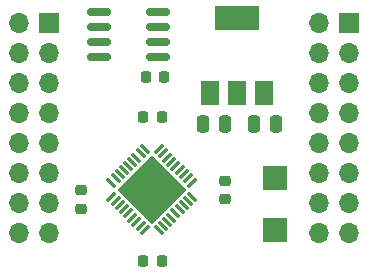
<source format=gbr>
%TF.GenerationSoftware,KiCad,Pcbnew,7.0.7-2.fc38*%
%TF.CreationDate,2023-11-16T23:21:00-08:00*%
%TF.ProjectId,TinySparrow,54696e79-5370-4617-9272-6f772e6b6963,rev?*%
%TF.SameCoordinates,Original*%
%TF.FileFunction,Soldermask,Top*%
%TF.FilePolarity,Negative*%
%FSLAX46Y46*%
G04 Gerber Fmt 4.6, Leading zero omitted, Abs format (unit mm)*
G04 Created by KiCad (PCBNEW 7.0.7-2.fc38) date 2023-11-16 23:21:00*
%MOMM*%
%LPD*%
G01*
G04 APERTURE LIST*
G04 Aperture macros list*
%AMRoundRect*
0 Rectangle with rounded corners*
0 $1 Rounding radius*
0 $2 $3 $4 $5 $6 $7 $8 $9 X,Y pos of 4 corners*
0 Add a 4 corners polygon primitive as box body*
4,1,4,$2,$3,$4,$5,$6,$7,$8,$9,$2,$3,0*
0 Add four circle primitives for the rounded corners*
1,1,$1+$1,$2,$3*
1,1,$1+$1,$4,$5*
1,1,$1+$1,$6,$7*
1,1,$1+$1,$8,$9*
0 Add four rect primitives between the rounded corners*
20,1,$1+$1,$2,$3,$4,$5,0*
20,1,$1+$1,$4,$5,$6,$7,0*
20,1,$1+$1,$6,$7,$8,$9,0*
20,1,$1+$1,$8,$9,$2,$3,0*%
%AMRotRect*
0 Rectangle, with rotation*
0 The origin of the aperture is its center*
0 $1 length*
0 $2 width*
0 $3 Rotation angle, in degrees counterclockwise*
0 Add horizontal line*
21,1,$1,$2,0,0,$3*%
G04 Aperture macros list end*
%ADD10RoundRect,0.250000X0.250000X0.475000X-0.250000X0.475000X-0.250000X-0.475000X0.250000X-0.475000X0*%
%ADD11RoundRect,0.062500X-0.291682X-0.380070X0.380070X0.291682X0.291682X0.380070X-0.380070X-0.291682X0*%
%ADD12RoundRect,0.062500X0.291682X-0.380070X0.380070X-0.291682X-0.291682X0.380070X-0.380070X0.291682X0*%
%ADD13RotRect,4.100000X4.100000X45.000000*%
%ADD14R,2.000000X2.000000*%
%ADD15RoundRect,0.225000X0.225000X0.250000X-0.225000X0.250000X-0.225000X-0.250000X0.225000X-0.250000X0*%
%ADD16RoundRect,0.225000X-0.250000X0.225000X-0.250000X-0.225000X0.250000X-0.225000X0.250000X0.225000X0*%
%ADD17RoundRect,0.225000X0.250000X-0.225000X0.250000X0.225000X-0.250000X0.225000X-0.250000X-0.225000X0*%
%ADD18RoundRect,0.225000X-0.225000X-0.250000X0.225000X-0.250000X0.225000X0.250000X-0.225000X0.250000X0*%
%ADD19R,1.500000X2.000000*%
%ADD20R,3.800000X2.000000*%
%ADD21R,1.700000X1.700000*%
%ADD22O,1.700000X1.700000*%
%ADD23RoundRect,0.150000X0.825000X0.150000X-0.825000X0.150000X-0.825000X-0.150000X0.825000X-0.150000X0*%
G04 APERTURE END LIST*
D10*
%TO.C,C6*%
X187400000Y-93200000D03*
X185500000Y-93200000D03*
%TD*%
D11*
%TO.C,U1*%
X177748107Y-99360938D03*
X178101660Y-99714491D03*
X178455214Y-100068045D03*
X178808767Y-100421598D03*
X179162321Y-100775151D03*
X179515874Y-101128705D03*
X179869427Y-101482258D03*
X180222981Y-101835812D03*
X180576534Y-102189365D03*
D12*
X181760938Y-102189365D03*
X182114491Y-101835812D03*
X182468045Y-101482258D03*
X182821598Y-101128705D03*
X183175151Y-100775151D03*
X183528705Y-100421598D03*
X183882258Y-100068045D03*
X184235812Y-99714491D03*
X184589365Y-99360938D03*
D11*
X184589365Y-98176534D03*
X184235812Y-97822981D03*
X183882258Y-97469427D03*
X183528705Y-97115874D03*
X183175151Y-96762321D03*
X182821598Y-96408767D03*
X182468045Y-96055214D03*
X182114491Y-95701660D03*
X181760938Y-95348107D03*
D12*
X180576534Y-95348107D03*
X180222981Y-95701660D03*
X179869427Y-96055214D03*
X179515874Y-96408767D03*
X179162321Y-96762321D03*
X178808767Y-97115874D03*
X178455214Y-97469427D03*
X178101660Y-97822981D03*
X177748107Y-98176534D03*
D13*
X181168736Y-98768736D03*
%TD*%
D14*
%TO.C,D1*%
X191600000Y-97800102D03*
X191600000Y-102199898D03*
%TD*%
D15*
%TO.C,C5*%
X182200000Y-89200000D03*
X180650000Y-89200000D03*
%TD*%
%TO.C,C2*%
X182000000Y-104800000D03*
X180450000Y-104800000D03*
%TD*%
D16*
%TO.C,C4*%
X175200000Y-98825000D03*
X175200000Y-100375000D03*
%TD*%
D17*
%TO.C,C3*%
X187400000Y-99550000D03*
X187400000Y-98000000D03*
%TD*%
D10*
%TO.C,C7*%
X191700000Y-93200000D03*
X189800000Y-93200000D03*
%TD*%
D18*
%TO.C,C1*%
X180450000Y-92600000D03*
X182000000Y-92600000D03*
%TD*%
D19*
%TO.C,U2*%
X186100000Y-90550000D03*
X188400000Y-90550000D03*
D20*
X188400000Y-84250000D03*
D19*
X190700000Y-90550000D03*
%TD*%
D21*
%TO.C,J1*%
X172450000Y-84620000D03*
D22*
X169910000Y-84620000D03*
X172450000Y-87160000D03*
X169910000Y-87160000D03*
X172450000Y-89700000D03*
X169910000Y-89700000D03*
X172450000Y-92240000D03*
X169910000Y-92240000D03*
X172450000Y-94780000D03*
X169910000Y-94780000D03*
X172450000Y-97320000D03*
X169910000Y-97320000D03*
X172450000Y-99860000D03*
X169910000Y-99860000D03*
X172450000Y-102400000D03*
X169910000Y-102400000D03*
%TD*%
D23*
%TO.C,U3*%
X181675000Y-87505000D03*
X181675000Y-86235000D03*
X181675000Y-84965000D03*
X181675000Y-83695000D03*
X176725000Y-83695000D03*
X176725000Y-84965000D03*
X176725000Y-86235000D03*
X176725000Y-87505000D03*
%TD*%
D21*
%TO.C,J2*%
X197850000Y-84620000D03*
D22*
X195310000Y-84620000D03*
X197850000Y-87160000D03*
X195310000Y-87160000D03*
X197850000Y-89700000D03*
X195310000Y-89700000D03*
X197850000Y-92240000D03*
X195310000Y-92240000D03*
X197850000Y-94780000D03*
X195310000Y-94780000D03*
X197850000Y-97320000D03*
X195310000Y-97320000D03*
X197850000Y-99860000D03*
X195310000Y-99860000D03*
X197850000Y-102400000D03*
X195310000Y-102400000D03*
%TD*%
M02*

</source>
